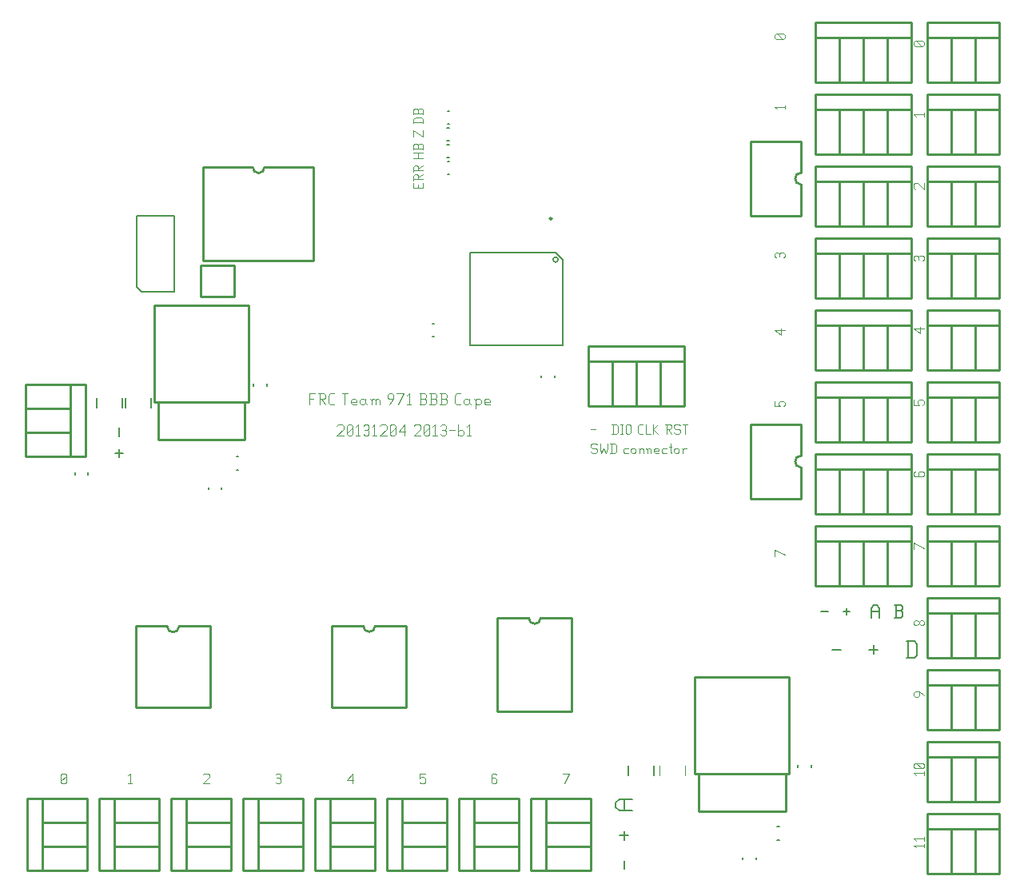
<source format=gbr>
G04 start of page 10 for group -4079 idx -4079 *
G04 Title: 971 BBB Cape, topsilk *
G04 Creator: pcb 20110918 *
G04 CreationDate: Thu Dec  5 05:46:54 2013 UTC *
G04 For: brians *
G04 Format: Gerber/RS-274X *
G04 PCB-Dimensions: 500000 400000 *
G04 PCB-Coordinate-Origin: lower left *
%MOIN*%
%FSLAX25Y25*%
%LNTOPSILK*%
%ADD294C,0.0030*%
%ADD293C,0.0080*%
%ADD292C,0.0100*%
%ADD291C,0.0046*%
%ADD290C,0.0054*%
%ADD289C,0.0070*%
%ADD288C,0.0072*%
%ADD287C,0.0040*%
%ADD286C,0.0042*%
G54D286*X389250Y174022D02*X385050Y176122D01*
Y173497D01*
Y238072D02*Y235972D01*
X387150D01*
X386625Y236497D01*
Y237547D02*Y236497D01*
Y237547D02*X387150Y238072D01*
X388725D01*
X389250Y237547D02*X388725Y238072D01*
X389250Y237547D02*Y236497D01*
X388725Y235972D02*X389250Y236497D01*
X387675Y265792D02*X385050Y267892D01*
X387675Y268417D02*Y265792D01*
X385050Y267892D02*X389250D01*
X385575Y298027D02*X385050Y298552D01*
Y299602D02*Y298552D01*
Y299602D02*X385575Y300127D01*
X389250Y299602D02*X388725Y300127D01*
X389250Y299602D02*Y298552D01*
X388725Y298027D02*X389250Y298552D01*
X386940Y299602D02*Y298552D01*
X385575Y300127D02*X386415D01*
X387465D02*X388725D01*
X387465D02*X386940Y299602D01*
X386415Y300127D02*X386940Y299602D01*
X385890Y359977D02*X385050Y360817D01*
X389250D01*
Y361552D02*Y359977D01*
X388725Y389272D02*X389250Y389797D01*
X385575Y389272D02*X388725D01*
X385575D02*X385050Y389797D01*
Y390847D02*Y389797D01*
Y390847D02*X385575Y391372D01*
X388725D01*
X389250Y390847D02*X388725Y391372D01*
X389250Y390847D02*Y389797D01*
X388200Y389272D02*X386100Y391372D01*
G54D287*X308438Y226485D02*X310438D01*
X317538Y228485D02*Y224485D01*
X318838Y228485D02*X319538Y227785D01*
Y225185D01*
X318838Y224485D02*X319538Y225185D01*
X317038Y224485D02*X318838D01*
X317038Y228485D02*X318838D01*
X320738D02*X321738D01*
X321238D02*Y224485D01*
X320738D02*X321738D01*
X322938Y227985D02*Y224985D01*
Y227985D02*X323438Y228485D01*
X324438D01*
X324938Y227985D01*
Y224985D01*
X324438Y224485D02*X324938Y224985D01*
X323438Y224485D02*X324438D01*
X322938Y224985D02*X323438Y224485D01*
X328638D02*X329938D01*
X327938Y225185D02*X328638Y224485D01*
X327938Y227785D02*Y225185D01*
Y227785D02*X328638Y228485D01*
X329938D01*
X331138D02*Y224485D01*
X333138D01*
X334338Y228485D02*Y224485D01*
Y226485D02*X336338Y228485D01*
X334338Y226485D02*X336338Y224485D01*
X339338Y228485D02*X341338D01*
X341838Y227985D01*
Y226985D01*
X341338Y226485D02*X341838Y226985D01*
X339838Y226485D02*X341338D01*
X339838Y228485D02*Y224485D01*
X340638Y226485D02*X341838Y224485D01*
X345038Y228485D02*X345538Y227985D01*
X343538Y228485D02*X345038D01*
X343038Y227985D02*X343538Y228485D01*
X343038Y227985D02*Y226985D01*
X343538Y226485D01*
X345038D01*
X345538Y225985D01*
Y224985D01*
X345038Y224485D02*X345538Y224985D01*
X343538Y224485D02*X345038D01*
X343038Y224985D02*X343538Y224485D01*
X346738Y228485D02*X348738D01*
X347738D02*Y224485D01*
X310438Y220485D02*X310938Y219985D01*
X308938Y220485D02*X310438D01*
X308438Y219985D02*X308938Y220485D01*
X308438Y219985D02*Y218985D01*
X308938Y218485D01*
X310438D01*
X310938Y217985D01*
Y216985D01*
X310438Y216485D02*X310938Y216985D01*
X308938Y216485D02*X310438D01*
X308438Y216985D02*X308938Y216485D01*
X312138Y220485D02*Y218485D01*
X312638Y216485D01*
X313638Y218485D01*
X314638Y216485D01*
X315138Y218485D01*
Y220485D02*Y218485D01*
X316838Y220485D02*Y216485D01*
X318138Y220485D02*X318838Y219785D01*
Y217185D01*
X318138Y216485D02*X318838Y217185D01*
X316338Y216485D02*X318138D01*
X316338Y220485D02*X318138D01*
X322338Y218485D02*X323838D01*
X321838Y217985D02*X322338Y218485D01*
X321838Y217985D02*Y216985D01*
X322338Y216485D01*
X323838D01*
X325038Y217985D02*Y216985D01*
Y217985D02*X325538Y218485D01*
X326538D01*
X327038Y217985D01*
Y216985D01*
X326538Y216485D02*X327038Y216985D01*
X325538Y216485D02*X326538D01*
X325038Y216985D02*X325538Y216485D01*
X328738Y217985D02*Y216485D01*
Y217985D02*X329238Y218485D01*
X329738D01*
X330238Y217985D01*
Y216485D01*
X328238Y218485D02*X328738Y217985D01*
X331938D02*Y216485D01*
Y217985D02*X332438Y218485D01*
X332938D01*
X333438Y217985D01*
Y216485D01*
X331438Y218485D02*X331938Y217985D01*
X335138Y216485D02*X336638D01*
X334638Y216985D02*X335138Y216485D01*
X334638Y217985D02*Y216985D01*
Y217985D02*X335138Y218485D01*
X336138D01*
X336638Y217985D01*
X334638Y217485D02*X336638D01*
Y217985D02*Y217485D01*
X338338Y218485D02*X339838D01*
X337838Y217985D02*X338338Y218485D01*
X337838Y217985D02*Y216985D01*
X338338Y216485D01*
X339838D01*
X341538Y220485D02*Y216985D01*
X342038Y216485D01*
X341038Y218985D02*X342038D01*
X343038Y217985D02*Y216985D01*
Y217985D02*X343538Y218485D01*
X344538D01*
X345038Y217985D01*
Y216985D01*
X344538Y216485D02*X345038Y216985D01*
X343538Y216485D02*X344538D01*
X343038Y216985D02*X343538Y216485D01*
X346738Y217985D02*Y216485D01*
Y217985D02*X347238Y218485D01*
X348238D01*
X346238D02*X346738Y217985D01*
X236256Y328497D02*Y326997D01*
X238456Y328997D02*Y326997D01*
X234456D02*X238456D01*
X234456Y328997D02*Y326997D01*
Y332197D02*Y330197D01*
Y332197D02*X234956Y332697D01*
X235956D01*
X236456Y332197D02*X235956Y332697D01*
X236456Y332197D02*Y330697D01*
X234456D02*X238456D01*
X236456Y331497D02*X238456Y332697D01*
X234456Y335897D02*Y333897D01*
Y335897D02*X234956Y336397D01*
X235956D01*
X236456Y335897D02*X235956Y336397D01*
X236456Y335897D02*Y334397D01*
X234456D02*X238456D01*
X236456Y335197D02*X238456Y336397D01*
X234456Y339397D02*X238456D01*
X234456Y341897D02*X238456D01*
X236456D02*Y339397D01*
X238456Y345097D02*Y343097D01*
Y345097D02*X237956Y345597D01*
X236756D02*X237956D01*
X236256Y345097D02*X236756Y345597D01*
X236256Y345097D02*Y343597D01*
X234456D02*X238456D01*
X234456Y345097D02*Y343097D01*
Y345097D02*X234956Y345597D01*
X235756D01*
X236256Y345097D02*X235756Y345597D01*
X234456Y351097D02*Y348597D01*
X238456D02*X234456Y351097D01*
X238456D02*Y348597D01*
X234456Y354597D02*X238456D01*
X234456Y355897D02*X235156Y356597D01*
X237756D01*
X238456Y355897D02*X237756Y356597D01*
X238456Y355897D02*Y354097D01*
X234456Y355897D02*Y354097D01*
X238456Y359797D02*Y357797D01*
Y359797D02*X237956Y360297D01*
X236756D02*X237956D01*
X236256Y359797D02*X236756Y360297D01*
X236256Y359797D02*Y358297D01*
X234456D02*X238456D01*
X234456Y359797D02*Y357797D01*
Y359797D02*X234956Y360297D01*
X235756D01*
X236256Y359797D02*X235756Y360297D01*
G54D288*X322150Y46597D02*Y42997D01*
Y58837D02*Y55237D01*
X320350Y57037D02*X323950D01*
X320350Y67477D02*X325750D01*
X320350D02*X318550Y68737D01*
Y70717D02*Y68737D01*
Y70717D02*X320350Y71977D01*
X325750D01*
X322150D02*Y67477D01*
G54D286*X87438Y79216D02*X87963Y78691D01*
X87438Y82366D02*Y79216D01*
Y82366D02*X87963Y82891D01*
X89013D01*
X89538Y82366D01*
Y79216D01*
X89013Y78691D02*X89538Y79216D01*
X87963Y78691D02*X89013D01*
X87438Y79741D02*X89538Y81841D01*
X115368Y82051D02*X116208Y82891D01*
Y78691D01*
X115368D02*X116943D01*
X146553Y82366D02*X147078Y82891D01*
X148653D01*
X149178Y82366D01*
Y81316D01*
X146553Y78691D02*X149178Y81316D01*
X146553Y78691D02*X149178D01*
X176898Y82366D02*X177423Y82891D01*
X178473D01*
X178998Y82366D01*
X178473Y78691D02*X178998Y79216D01*
X177423Y78691D02*X178473D01*
X176898Y79216D02*X177423Y78691D01*
Y81001D02*X178473D01*
X178998Y82366D02*Y81526D01*
Y80476D02*Y79216D01*
Y80476D02*X178473Y81001D01*
X178998Y81526D02*X178473Y81001D01*
X206718Y80266D02*X208818Y82891D01*
X206718Y80266D02*X209343D01*
X208818Y82891D02*Y78691D01*
X237063Y82891D02*X239163D01*
X237063D02*Y80791D01*
X237588Y81316D01*
X238638D01*
X239163Y80791D01*
Y79216D01*
X238638Y78691D02*X239163Y79216D01*
X237588Y78691D02*X238638D01*
X237063Y79216D02*X237588Y78691D01*
X268458Y82891D02*X268983Y82366D01*
X267408Y82891D02*X268458D01*
X266883Y82366D02*X267408Y82891D01*
X266883Y82366D02*Y79216D01*
X267408Y78691D01*
X268458Y81001D02*X268983Y80476D01*
X266883Y81001D02*X268458D01*
X267408Y78691D02*X268458D01*
X268983Y79216D01*
Y80476D02*Y79216D01*
X297228Y78691D02*X299328Y82891D01*
X296703D02*X299328D01*
G54D289*X111691Y227000D02*Y223500D01*
Y218250D02*Y214750D01*
X109941Y216500D02*X113441D01*
G54D286*X443890Y51997D02*X443050Y52837D01*
X447250D01*
Y53572D02*Y51997D01*
X443890Y54832D02*X443050Y55672D01*
X447250D01*
Y56407D02*Y54832D01*
X443890Y82237D02*X443050Y83077D01*
X447250D01*
Y83812D02*Y82237D01*
X446725Y85072D02*X447250Y85597D01*
X443575Y85072D02*X446725D01*
X443575D02*X443050Y85597D01*
Y86647D02*Y85597D01*
Y86647D02*X443575Y87172D01*
X446725D01*
X447250Y86647D02*X446725Y87172D01*
X447250Y86647D02*Y85597D01*
X446200Y85072D02*X444100Y87172D01*
X447250Y115417D02*X445150Y116992D01*
X443575D02*X445150D01*
X443050Y116467D02*X443575Y116992D01*
X443050Y116467D02*Y115417D01*
X443575Y114892D02*X443050Y115417D01*
X443575Y114892D02*X444625D01*
X445150Y115417D01*
Y116992D02*Y115417D01*
X446725Y144712D02*X447250Y145237D01*
X445885Y144712D02*X446725D01*
X445885D02*X445150Y145447D01*
Y146077D02*Y145447D01*
Y146077D02*X445885Y146812D01*
X446725D01*
X447250Y146287D02*X446725Y146812D01*
X447250Y146287D02*Y145237D01*
X444415Y144712D02*X445150Y145447D01*
X443575Y144712D02*X444415D01*
X443575D02*X443050Y145237D01*
Y146287D02*Y145237D01*
Y146287D02*X443575Y146812D01*
X444415D01*
X445150Y146077D02*X444415Y146812D01*
X447250Y176947D02*X443050Y179047D01*
Y176422D01*
Y208342D02*X443575Y208867D01*
X443050Y208342D02*Y207292D01*
X443575Y206767D02*X443050Y207292D01*
X443575Y206767D02*X446725D01*
X447250Y207292D01*
X444940Y208342D02*X445465Y208867D01*
X444940Y208342D02*Y206767D01*
X447250Y208342D02*Y207292D01*
Y208342D02*X446725Y208867D01*
X445465D02*X446725D01*
X443050Y238687D02*Y236587D01*
X445150D01*
X444625Y237112D01*
Y238162D02*Y237112D01*
Y238162D02*X445150Y238687D01*
X446725D01*
X447250Y238162D02*X446725Y238687D01*
X447250Y238162D02*Y237112D01*
X446725Y236587D02*X447250Y237112D01*
X445675Y266407D02*X443050Y268507D01*
X445675Y269032D02*Y266407D01*
X443050Y268507D02*X447250D01*
X443575Y296752D02*X443050Y297277D01*
Y298327D02*Y297277D01*
Y298327D02*X443575Y298852D01*
X447250Y298327D02*X446725Y298852D01*
X447250Y298327D02*Y297277D01*
X446725Y296752D02*X447250Y297277D01*
X444940Y298327D02*Y297277D01*
X443575Y298852D02*X444415D01*
X445465D02*X446725D01*
X445465D02*X444940Y298327D01*
X444415Y298852D02*X444940Y298327D01*
X443575Y326572D02*X443050Y327097D01*
Y328672D02*Y327097D01*
Y328672D02*X443575Y329197D01*
X444625D01*
X447250Y326572D02*X444625Y329197D01*
X447250D02*Y326572D01*
X443890Y356917D02*X443050Y357757D01*
X447250D01*
Y358492D02*Y356917D01*
X446725Y386212D02*X447250Y386737D01*
X443575Y386212D02*X446725D01*
X443575D02*X443050Y386737D01*
Y387787D02*Y386737D01*
Y387787D02*X443575Y388312D01*
X446725D01*
X447250Y387787D02*X446725Y388312D01*
X447250Y387787D02*Y386737D01*
X446200Y386212D02*X444100Y388312D01*
G54D288*X408938Y134585D02*X412538D01*
X424418D02*X428018D01*
X426218Y136385D02*Y132785D01*
X440798Y138185D02*Y130985D01*
X443138Y138185D02*X444398Y136925D01*
Y132245D01*
X443138Y130985D02*X444398Y132245D01*
X439898Y130985D02*X443138D01*
X439898Y138185D02*X443138D01*
G54D290*X404438Y150435D02*X407138D01*
X413618D02*X416318D01*
X414968Y151785D02*Y149085D01*
X425228Y151785D02*Y147735D01*
Y151785D02*X426173Y153135D01*
X427658D01*
X428603Y151785D01*
Y147735D01*
X425228Y150435D02*X428603D01*
X435083Y147735D02*X437783D01*
X438458Y148410D01*
Y150030D02*Y148410D01*
X437783Y150705D02*X438458Y150030D01*
X435758Y150705D02*X437783D01*
X435758Y153135D02*Y147735D01*
X435083Y153135D02*X437783D01*
X438458Y152460D01*
Y151380D01*
X437783Y150705D02*X438458Y151380D01*
G54D291*X190941Y241350D02*Y236750D01*
Y241350D02*X193241D01*
X190941Y239280D02*X192666D01*
X194621Y241350D02*X196921D01*
X197496Y240775D01*
Y239625D01*
X196921Y239050D02*X197496Y239625D01*
X195196Y239050D02*X196921D01*
X195196Y241350D02*Y236750D01*
X196116Y239050D02*X197496Y236750D01*
X199681D02*X201176D01*
X198876Y237555D02*X199681Y236750D01*
X198876Y240545D02*Y237555D01*
Y240545D02*X199681Y241350D01*
X201176D01*
X204626D02*X206926D01*
X205776D02*Y236750D01*
X208881D02*X210606D01*
X208306Y237325D02*X208881Y236750D01*
X208306Y238475D02*Y237325D01*
Y238475D02*X208881Y239050D01*
X210031D01*
X210606Y238475D01*
X208306Y237900D02*X210606D01*
Y238475D02*Y237900D01*
X213711Y239050D02*X214286Y238475D01*
X212561Y239050D02*X213711D01*
X211986Y238475D02*X212561Y239050D01*
X211986Y238475D02*Y237325D01*
X212561Y236750D01*
X214286Y239050D02*Y237325D01*
X214861Y236750D01*
X212561D02*X213711D01*
X214286Y237325D01*
X216816Y238475D02*Y236750D01*
Y238475D02*X217391Y239050D01*
X217966D01*
X218541Y238475D01*
Y236750D01*
Y238475D02*X219116Y239050D01*
X219691D01*
X220266Y238475D01*
Y236750D01*
X216241Y239050D02*X216816Y238475D01*
X224291Y236750D02*X226016Y239050D01*
Y240775D02*Y239050D01*
X225441Y241350D02*X226016Y240775D01*
X224291Y241350D02*X225441D01*
X223716Y240775D02*X224291Y241350D01*
X223716Y240775D02*Y239625D01*
X224291Y239050D01*
X226016D01*
X227971Y236750D02*X230271Y241350D01*
X227396D02*X230271D01*
X231651Y240430D02*X232571Y241350D01*
Y236750D01*
X231651D02*X233376D01*
X236826D02*X239126D01*
X239701Y237325D01*
Y238705D02*Y237325D01*
X239126Y239280D02*X239701Y238705D01*
X237401Y239280D02*X239126D01*
X237401Y241350D02*Y236750D01*
X236826Y241350D02*X239126D01*
X239701Y240775D01*
Y239855D01*
X239126Y239280D02*X239701Y239855D01*
X241081Y236750D02*X243381D01*
X243956Y237325D01*
Y238705D02*Y237325D01*
X243381Y239280D02*X243956Y238705D01*
X241656Y239280D02*X243381D01*
X241656Y241350D02*Y236750D01*
X241081Y241350D02*X243381D01*
X243956Y240775D01*
Y239855D01*
X243381Y239280D02*X243956Y239855D01*
X245336Y236750D02*X247636D01*
X248211Y237325D01*
Y238705D02*Y237325D01*
X247636Y239280D02*X248211Y238705D01*
X245911Y239280D02*X247636D01*
X245911Y241350D02*Y236750D01*
X245336Y241350D02*X247636D01*
X248211Y240775D01*
Y239855D01*
X247636Y239280D02*X248211Y239855D01*
X252466Y236750D02*X253961D01*
X251661Y237555D02*X252466Y236750D01*
X251661Y240545D02*Y237555D01*
Y240545D02*X252466Y241350D01*
X253961D01*
X257066Y239050D02*X257641Y238475D01*
X255916Y239050D02*X257066D01*
X255341Y238475D02*X255916Y239050D01*
X255341Y238475D02*Y237325D01*
X255916Y236750D01*
X257641Y239050D02*Y237325D01*
X258216Y236750D01*
X255916D02*X257066D01*
X257641Y237325D01*
X260171Y238475D02*Y235025D01*
X259596Y239050D02*X260171Y238475D01*
X260746Y239050D01*
X261896D01*
X262471Y238475D01*
Y237325D01*
X261896Y236750D02*X262471Y237325D01*
X260746Y236750D02*X261896D01*
X260171Y237325D02*X260746Y236750D01*
X264426D02*X266151D01*
X263851Y237325D02*X264426Y236750D01*
X263851Y238475D02*Y237325D01*
Y238475D02*X264426Y239050D01*
X265576D01*
X266151Y238475D01*
X263851Y237900D02*X266151D01*
Y238475D02*Y237900D01*
X202441Y227775D02*X203016Y228350D01*
X204741D01*
X205316Y227775D01*
Y226625D01*
X202441Y223750D02*X205316Y226625D01*
X202441Y223750D02*X205316D01*
X206696Y224325D02*X207271Y223750D01*
X206696Y227775D02*Y224325D01*
Y227775D02*X207271Y228350D01*
X208421D01*
X208996Y227775D01*
Y224325D01*
X208421Y223750D02*X208996Y224325D01*
X207271Y223750D02*X208421D01*
X206696Y224900D02*X208996Y227200D01*
X210376Y227430D02*X211296Y228350D01*
Y223750D01*
X210376D02*X212101D01*
X213481Y227775D02*X214056Y228350D01*
X215206D01*
X215781Y227775D01*
X215206Y223750D02*X215781Y224325D01*
X214056Y223750D02*X215206D01*
X213481Y224325D02*X214056Y223750D01*
Y226280D02*X215206D01*
X215781Y227775D02*Y226855D01*
Y225705D02*Y224325D01*
Y225705D02*X215206Y226280D01*
X215781Y226855D02*X215206Y226280D01*
X217161Y227430D02*X218081Y228350D01*
Y223750D01*
X217161D02*X218886D01*
X220266Y227775D02*X220841Y228350D01*
X222566D01*
X223141Y227775D01*
Y226625D01*
X220266Y223750D02*X223141Y226625D01*
X220266Y223750D02*X223141D01*
X224521Y224325D02*X225096Y223750D01*
X224521Y227775D02*Y224325D01*
Y227775D02*X225096Y228350D01*
X226246D01*
X226821Y227775D01*
Y224325D01*
X226246Y223750D02*X226821Y224325D01*
X225096Y223750D02*X226246D01*
X224521Y224900D02*X226821Y227200D01*
X228201Y225475D02*X230501Y228350D01*
X228201Y225475D02*X231076D01*
X230501Y228350D02*Y223750D01*
X234526Y227775D02*X235101Y228350D01*
X236826D01*
X237401Y227775D01*
Y226625D01*
X234526Y223750D02*X237401Y226625D01*
X234526Y223750D02*X237401D01*
X238781Y224325D02*X239356Y223750D01*
X238781Y227775D02*Y224325D01*
Y227775D02*X239356Y228350D01*
X240506D01*
X241081Y227775D01*
Y224325D01*
X240506Y223750D02*X241081Y224325D01*
X239356Y223750D02*X240506D01*
X238781Y224900D02*X241081Y227200D01*
X242461Y227430D02*X243381Y228350D01*
Y223750D01*
X242461D02*X244186D01*
X245566Y227775D02*X246141Y228350D01*
X247291D01*
X247866Y227775D01*
X247291Y223750D02*X247866Y224325D01*
X246141Y223750D02*X247291D01*
X245566Y224325D02*X246141Y223750D01*
Y226280D02*X247291D01*
X247866Y227775D02*Y226855D01*
Y225705D02*Y224325D01*
Y225705D02*X247291Y226280D01*
X247866Y226855D02*X247291Y226280D01*
X249246Y226050D02*X251546D01*
X252926Y228350D02*Y223750D01*
Y224325D02*X253501Y223750D01*
X254651D01*
X255226Y224325D01*
Y225475D02*Y224325D01*
X254651Y226050D02*X255226Y225475D01*
X253501Y226050D02*X254651D01*
X252926Y225475D02*X253501Y226050D01*
X256606Y227430D02*X257526Y228350D01*
Y223750D01*
X256606D02*X258331D01*
G54D292*X448500Y126200D02*Y101200D01*
X478500Y126200D02*Y101200D01*
Y126200D02*X448500D01*
Y119700D02*X478500D01*
X458500Y101200D02*Y119700D01*
X468500Y101200D02*Y119700D01*
X448500Y101200D02*X478500D01*
X448500D02*X458500D01*
X448500Y96200D02*Y71200D01*
X478500Y96200D02*Y71200D01*
Y96200D02*X448500D01*
Y89700D02*X478500D01*
X458500Y71200D02*Y89700D01*
X468500Y71200D02*Y89700D01*
X448500Y71200D02*X478500D01*
X448500D02*X458500D01*
X448500Y66200D02*Y41200D01*
X478500Y66200D02*Y41200D01*
Y66200D02*X448500D01*
Y59700D02*X478500D01*
X458500Y41200D02*Y59700D01*
X468500Y41200D02*Y59700D01*
X448500Y41200D02*X478500D01*
X448500D02*X458500D01*
X448500Y216200D02*Y191200D01*
X478500Y216200D02*Y191200D01*
Y216200D02*X448500D01*
Y209700D02*X478500D01*
X458500Y191200D02*Y209700D01*
X468500Y191200D02*Y209700D01*
X448500Y191200D02*X478500D01*
X448500D02*X458500D01*
X448500Y186200D02*Y161200D01*
X478500Y186200D02*Y161200D01*
Y186200D02*X448500D01*
Y179700D02*X478500D01*
X458500Y161200D02*Y179700D01*
X468500Y161200D02*Y179700D01*
X448500Y161200D02*X478500D01*
X448500D02*X458500D01*
X448500Y156200D02*Y131200D01*
X478500Y156200D02*Y131200D01*
Y156200D02*X448500D01*
Y149700D02*X478500D01*
X458500Y131200D02*Y149700D01*
X468500Y131200D02*Y149700D01*
X448500Y131200D02*X478500D01*
X448500D02*X458500D01*
X402000Y186200D02*Y161200D01*
X442000Y186200D02*Y161200D01*
Y186200D02*X402000D01*
Y179700D02*X442000D01*
X412000Y161200D02*Y179700D01*
X422000Y161200D02*Y179700D01*
X432000Y161200D02*Y179700D01*
X402000Y161200D02*X442000D01*
X402000D02*X412000D01*
X448500Y396200D02*Y371200D01*
X478500Y396200D02*Y371200D01*
X448500Y396200D02*X478500D01*
X448500Y389700D02*X478500D01*
X458500D02*Y371200D01*
X468500Y389700D02*Y371200D01*
X448500D02*X478500D01*
X448500D02*X458500D01*
X448500Y366200D02*Y341200D01*
X478500Y366200D02*Y341200D01*
Y366200D02*X448500D01*
Y359700D02*X478500D01*
X458500Y341200D02*Y359700D01*
X468500Y341200D02*Y359700D01*
X448500Y341200D02*X478500D01*
X448500D02*X458500D01*
X402000Y366200D02*Y341200D01*
X442000Y366200D02*Y341200D01*
Y366200D02*X402000D01*
Y359700D02*X442000D01*
X412000Y341200D02*Y359700D01*
X422000Y341200D02*Y359700D01*
X432000Y341200D02*Y359700D01*
X402000Y341200D02*X442000D01*
X402000D02*X412000D01*
X402000Y396200D02*Y371200D01*
X442000Y396200D02*Y371200D01*
Y396200D02*X402000D01*
Y389700D02*X442000D01*
X412000Y371200D02*Y389700D01*
X422000Y371200D02*Y389700D01*
X432000Y371200D02*Y389700D01*
X402000Y371200D02*X442000D01*
X402000D02*X412000D01*
X448500Y336200D02*Y311200D01*
X478500Y336200D02*Y311200D01*
Y336200D02*X448500D01*
Y329700D02*X478500D01*
X458500Y311200D02*Y329700D01*
X468500Y311200D02*Y329700D01*
X448500Y311200D02*X478500D01*
X448500D02*X458500D01*
X448500Y306200D02*Y281200D01*
X478500Y306200D02*Y281200D01*
Y306200D02*X448500D01*
Y299700D02*X478500D01*
X458500Y281200D02*Y299700D01*
X468500Y281200D02*Y299700D01*
X448500Y281200D02*X478500D01*
X448500D02*X458500D01*
X402000Y306200D02*Y281200D01*
X442000Y306200D02*Y281200D01*
Y306200D02*X402000D01*
Y299700D02*X442000D01*
X412000Y281200D02*Y299700D01*
X422000Y281200D02*Y299700D01*
X432000Y281200D02*Y299700D01*
X402000Y281200D02*X442000D01*
X402000D02*X412000D01*
X402000Y336200D02*Y311200D01*
X442000Y336200D02*Y311200D01*
X402000Y336200D02*X442000D01*
X402000Y329700D02*X442000D01*
X412000D02*Y311200D01*
X422000Y329700D02*Y311200D01*
X432000Y329700D02*Y311200D01*
X402000D02*X442000D01*
X402000D02*X412000D01*
X402000Y276200D02*Y251200D01*
X442000Y276200D02*Y251200D01*
X402000Y276200D02*X442000D01*
X402000Y269700D02*X442000D01*
X412000D02*Y251200D01*
X422000Y269700D02*Y251200D01*
X432000Y269700D02*Y251200D01*
X402000D02*X442000D01*
X402000D02*X412000D01*
X374835Y346566D02*X396047D01*
X374835D02*Y315434D01*
X396047D01*
Y346566D02*Y333500D01*
Y328500D02*Y315434D01*
Y333500D02*G75*G03X396047Y328500I0J-2500D01*G01*
G54D293*X242304Y270584D02*X243090D01*
X242304Y265074D02*X243090D01*
X287686Y248850D02*Y248064D01*
X293196Y248850D02*Y248064D01*
G54D292*X146799Y335829D02*Y296829D01*
X192799D01*
Y335829D01*
X146799D02*X167299D01*
X192799D02*X172299D01*
X167299D02*G75*G03X172299Y335829I2500J0D01*G01*
G54D293*X120894Y283923D02*X118925Y285892D01*
X120894Y283923D02*X134673D01*
Y315419D02*Y283923D01*
X118925Y315419D02*X134673D01*
X118925D02*Y285892D01*
G54D292*X145699Y294729D02*X159599D01*
X145699D02*Y281929D01*
X159599D01*
Y294729D02*Y281929D01*
X127831Y222173D02*Y237921D01*
X164051Y222173D02*X127831D01*
X164051Y237921D02*Y222173D01*
X126256Y237921D02*Y278079D01*
X165626Y237921D02*Y278079D01*
Y237921D02*X126256D01*
X165626Y278079D02*X126256D01*
G54D293*X93186Y208393D02*Y207607D01*
X98696Y208393D02*Y207607D01*
X173196Y245393D02*Y244607D01*
X167686Y245393D02*Y244607D01*
X248505Y359255D02*X249291D01*
X248505Y353745D02*X249291D01*
X248505Y338255D02*X249291D01*
X248505Y332745D02*X249291D01*
X248462Y345255D02*X249248D01*
X248462Y339745D02*X249248D01*
X296525Y297214D02*Y261544D01*
X257955D02*X296525D01*
X257955Y300114D02*Y261544D01*
Y300114D02*X293625D01*
X296525Y297214D01*
X293625Y298214D02*G75*G03X293625Y298214I0J-1000D01*G01*
X248462Y352255D02*X249248D01*
X248462Y346745D02*X249248D01*
G54D292*X291150Y314280D02*G75*G03X291150Y314280I500J0D01*G01*
X133241Y42500D02*X158241D01*
X133241Y72500D02*X158241D01*
X133241D02*Y42500D01*
X139741Y72500D02*Y42500D01*
Y52500D02*X158241D01*
X139741Y62500D02*X158241D01*
Y72500D02*Y42500D01*
Y52500D02*Y42500D01*
X103241D02*X128241D01*
X103241Y72500D02*X128241D01*
X103241D02*Y42500D01*
X109741Y72500D02*Y42500D01*
Y52500D02*X128241D01*
X109741Y62500D02*X128241D01*
Y72500D02*Y42500D01*
Y52500D02*Y42500D01*
X73241D02*X98241D01*
X73241Y72500D02*X98241D01*
X73241D02*Y42500D01*
X79741Y72500D02*Y42500D01*
Y52500D02*X98241D01*
X79741Y62500D02*X98241D01*
Y72500D02*Y42500D01*
Y52500D02*Y42500D01*
X193241D02*X218241D01*
X193241Y72500D02*X218241D01*
X193241D02*Y42500D01*
X199741Y72500D02*Y42500D01*
Y52500D02*X218241D01*
X199741Y62500D02*X218241D01*
Y72500D02*Y42500D01*
Y52500D02*Y42500D01*
X223241D02*X248241D01*
X223241Y72500D02*X248241D01*
X223241D02*Y42500D01*
X229741Y72500D02*Y42500D01*
Y52500D02*X248241D01*
X229741Y62500D02*X248241D01*
Y72500D02*Y42500D01*
Y52500D02*Y42500D01*
X163241D02*X188241D01*
X163241Y72500D02*X188241D01*
X163241D02*Y42500D01*
X169741Y72500D02*Y42500D01*
Y52500D02*X188241D01*
X169741Y62500D02*X188241D01*
Y72500D02*Y42500D01*
Y52500D02*Y42500D01*
X200441Y144500D02*Y110500D01*
X231441D01*
Y144500D01*
X200441D02*X213441D01*
X231441D02*X218441D01*
X213441D02*G75*G03X218441Y144500I2500J0D01*G01*
G54D293*X112885Y239433D02*Y235497D01*
X102257Y239433D02*Y235497D01*
X124885D02*Y239433D01*
X114257Y235497D02*Y239433D01*
X160635Y215125D02*X161421D01*
X160635Y209615D02*X161421D01*
X148816Y202220D02*Y201434D01*
X154326Y202220D02*Y201434D01*
G54D292*X118666Y144340D02*Y110340D01*
X149666D01*
Y144340D01*
X118666D02*X131666D01*
X149666D02*X136666D01*
X131666D02*G75*G03X136666Y144340I2500J0D01*G01*
X72641Y245000D02*X97641D01*
X72641Y215000D02*X97641D01*
Y245000D02*Y215000D01*
X91141Y245000D02*Y215000D01*
X72641Y235000D02*X91141D01*
X72641Y225000D02*X91141D01*
X72641Y245000D02*Y215000D01*
Y245000D02*Y235000D01*
X253241Y42500D02*X278241D01*
X253241Y72500D02*X278241D01*
X253241D02*Y42500D01*
X259741Y72500D02*Y42500D01*
Y52500D02*X278241D01*
X259741Y62500D02*X278241D01*
Y72500D02*Y42500D01*
Y52500D02*Y42500D01*
X283241D02*X308241D01*
X283241Y72500D02*X308241D01*
X283241D02*Y42500D01*
X289741Y72500D02*Y42500D01*
Y52500D02*X308241D01*
X289741Y62500D02*X308241D01*
Y72500D02*Y42500D01*
Y52500D02*Y42500D01*
X269438Y147822D02*Y108822D01*
X300438D01*
Y147822D01*
X269438D02*X282438D01*
X300438D02*X287438D01*
X282438D02*G75*G03X287438Y147822I2500J0D01*G01*
X374835Y228566D02*X396047D01*
X374835D02*Y197434D01*
X396047D01*
Y228566D02*Y215500D01*
Y210500D02*Y197434D01*
Y215500D02*G75*G03X396047Y210500I0J-2500D01*G01*
X402000Y216200D02*Y191200D01*
X442000Y216200D02*Y191200D01*
Y216200D02*X402000D01*
Y209700D02*X442000D01*
X412000Y191200D02*Y209700D01*
X422000Y191200D02*Y209700D01*
X432000Y191200D02*Y209700D01*
X402000Y191200D02*X442000D01*
X402000D02*X412000D01*
X448500Y246200D02*Y221200D01*
X478500Y246200D02*Y221200D01*
X448500Y246200D02*X478500D01*
X448500Y239700D02*X478500D01*
X458500D02*Y221200D01*
X468500Y239700D02*Y221200D01*
X448500D02*X478500D01*
X448500D02*X458500D01*
X402000Y246200D02*Y221200D01*
X442000Y246200D02*Y221200D01*
Y246200D02*X402000D01*
Y239700D02*X442000D01*
X412000Y221200D02*Y239700D01*
X422000Y221200D02*Y239700D01*
X432000Y221200D02*Y239700D01*
X402000Y221200D02*X442000D01*
X402000D02*X412000D01*
X448500Y276200D02*Y251200D01*
X478500Y276200D02*Y251200D01*
Y276200D02*X448500D01*
Y269700D02*X478500D01*
X458500Y251200D02*Y269700D01*
X468500Y251200D02*Y269700D01*
X448500Y251200D02*X478500D01*
X448500D02*X458500D01*
X307441Y261200D02*Y236200D01*
X347441Y261200D02*Y236200D01*
Y261200D02*X307441D01*
Y254700D02*X347441D01*
X317441Y236200D02*Y254700D01*
X327441Y236200D02*Y254700D01*
X337441Y236200D02*Y254700D01*
X307441Y236200D02*X347441D01*
X307441D02*X317441D01*
G54D293*X386091Y60756D02*X386877D01*
X386091Y55246D02*X386877D01*
X371686Y47850D02*Y47064D01*
X377196Y47850D02*Y47064D01*
G54D294*X347755Y85968D02*Y82032D01*
X337127Y85968D02*Y82032D01*
G54D293*X334755Y85968D02*Y82032D01*
X324127Y85968D02*Y82032D01*
G54D292*X353331Y67174D02*Y82922D01*
X389551Y67174D02*X353331D01*
X389551Y82922D02*Y67174D01*
X351756Y82922D02*Y123080D01*
X391126Y82922D02*Y123080D01*
Y82922D02*X351756D01*
X391126Y123080D02*X351756D01*
G54D293*X400196Y86393D02*Y85607D01*
X394686Y86393D02*Y85607D01*
M02*

</source>
